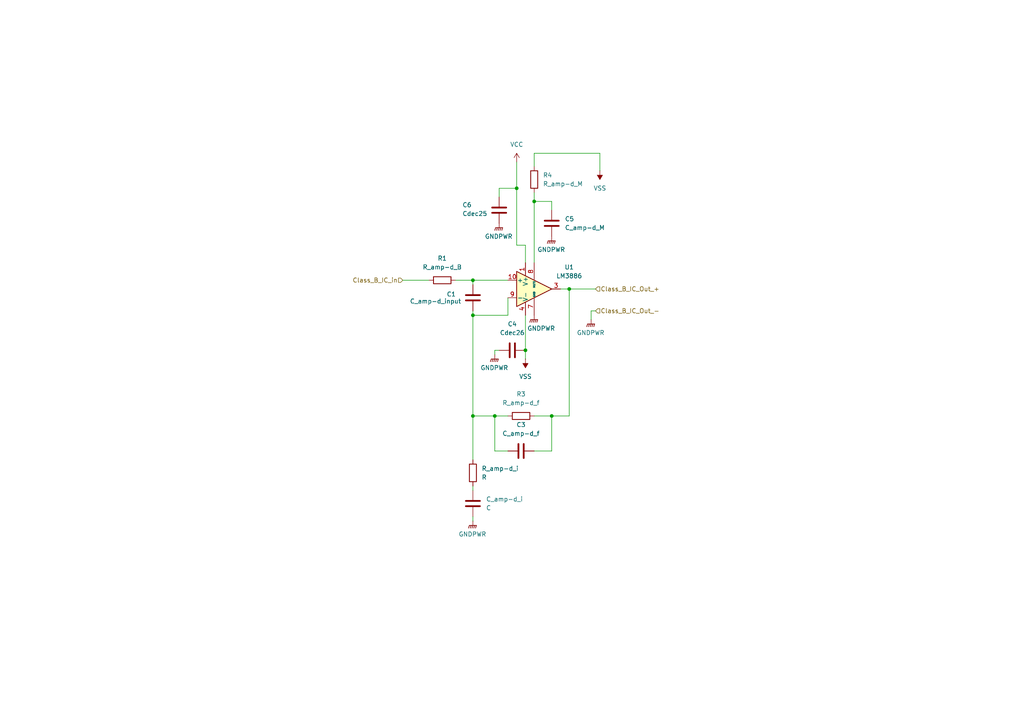
<source format=kicad_sch>
(kicad_sch (version 20231120) (generator "eeschema") (generator_version "8.0")
  (paper "A4")
  (lib_symbols
    (symbol "Amplifier_Audio:LM3886" (pin_names (offset 0.127))
      (property "Reference" "U" (at 5.08 6.35 0))
      (property "Value" "LM3886" (at 5.08 3.81 0))
      (symbol "LM3886_0_1"
        (polyline (pts (xy -5.08 5.08) (xy 5.08 0) (xy -5.08 -5.08) (xy -5.08 5.08)) (stroke (width 0.254)) (fill (type background)))
      )
      (symbol "LM3886_1_1"
        (pin power_in line (at -2.54 7.62 270) (length 3.81) (name "V+") (number "1"))
        (pin input line (at -7.62 2.54 0) (length 2.54) (name "+") (number "10"))
        (pin no_connect line (at -5.08 5.08 270) (length 2.54) hide (name "NC") (number "11"))
        (pin no_connect line (at -2.54 3.81 270) (length 2.54) hide (name "NC") (number "2"))
        (pin output line (at 7.62 0 180) (length 2.54) (name "~") (number "3"))
        (pin power_in line (at -2.54 -7.62 90) (length 3.81) (name "V-") (number "4"))
        (pin passive line (at -2.54 7.62 270) (length 3.81) hide (name "V+") (number "5"))
        (pin no_connect line (at -5.08 -5.08 90) (length 2.54) hide (name "NC") (number "6"))
        (pin power_in line (at 0 -7.62 90) (length 5.08) (name "GND") (number "7"))
        (pin input line (at 0 7.62 270) (length 5.08) (name "MUTE") (number "8"))
        (pin input line (at -7.62 -2.54 0) (length 2.54) (name "-") (number "9"))
      )
    )
    (symbol "Device:C" (pin_numbers hide) (pin_names (offset 0.254))
      (property "Reference" "C" (at 0.635 2.54 0))
      (property "Value" "C" (at 0.635 -2.54 0))
      (symbol "C_0_1"
        (polyline (pts (xy -2.032 -0.762) (xy 2.032 -0.762)) (stroke (width 0.508)))
        (polyline (pts (xy -2.032 0.762) (xy 2.032 0.762)) (stroke (width 0.508)))
      )
      (symbol "C_1_1"
        (pin passive line (at 0 3.81 270) (length 2.794) (name "~") (number "1"))
        (pin passive line (at 0 -3.81 90) (length 2.794) (name "~") (number "2"))
      )
    )
    (symbol "Device:R" (pin_numbers hide) (pin_names (offset 0))
      (property "Reference" "R" (at 2.032 0 90))
      (property "Value" "R" (at 0 0 90))
      (symbol "R_0_1"
        (rectangle (start -1.016 -2.54) (end 1.016 2.54) (stroke (width 0.254)))
      )
      (symbol "R_1_1"
        (pin passive line (at 0 3.81 270) (length 1.27) (name "~") (number "1"))
        (pin passive line (at 0 -3.81 90) (length 1.27) (name "~") (number "2"))
      )
    )
    (symbol "power:GNDPWR" (power) (pin_numbers hide) (pin_names (offset 0) hide)
      (property "Value" "GNDPWR" (at 0 -3.302 0))
      (symbol "GNDPWR_0_1"
        (polyline (pts (xy 0 -1.27) (xy 0 0)))
        (polyline (pts (xy -1.016 -1.27) (xy -1.27 -2.032) (xy -1.27 -2.032)) (stroke (width 0.2032)))
        (polyline (pts (xy -0.508 -1.27) (xy -0.762 -2.032) (xy -0.762 -2.032)) (stroke (width 0.2032)))
        (polyline (pts (xy 0 -1.27) (xy -0.254 -2.032) (xy -0.254 -2.032)) (stroke (width 0.2032)))
        (polyline (pts (xy 0.508 -1.27) (xy 0.254 -2.032) (xy 0.254 -2.032)) (stroke (width 0.2032)))
        (polyline (pts (xy 1.016 -1.27) (xy -1.016 -1.27) (xy -1.016 -1.27)) (stroke (width 0.2032)))
        (polyline (pts (xy 1.016 -1.27) (xy 0.762 -2.032) (xy 0.762 -2.032) (xy 0.762 -2.032)) (stroke (width 0.2032)))
      )
      (symbol "GNDPWR_1_1"
        (pin power_in line (at 0 0 270) (length 0) (name "~") (number "1"))
      )
    )
    (symbol "power:VCC" (power) (pin_numbers hide) (pin_names (offset 0) hide)
      (property "Value" "VCC" (at 0 3.556 0))
      (symbol "VCC_0_1"
        (polyline (pts (xy -0.762 1.27) (xy 0 2.54)))
        (polyline (pts (xy 0 0) (xy 0 2.54)))
        (polyline (pts (xy 0 2.54) (xy 0.762 1.27)))
      )
      (symbol "VCC_1_1"
        (pin power_in line (at 0 0 90) (length 0) (name "~") (number "1"))
      )
    )
    (symbol "power:VSS" (power) (pin_numbers hide) (pin_names (offset 0) hide)
      (property "Value" "VSS" (at 0 3.556 0))
      (symbol "VSS_0_1"
        (polyline (pts (xy 0 0) (xy 0 2.54)))
        (polyline (pts (xy 0.762 1.27) (xy -0.762 1.27) (xy 0 2.54) (xy 0.762 1.27)) (fill (type outline)))
      )
      (symbol "VSS_1_1"
        (pin power_in line (at 0 0 90) (length 0) (name "~") (number "1"))
      )
    )
  )
  (junction (at 137.16 91.44))
  (junction (at 149.86 54.61))
  (junction (at 154.94 58.42))
  (junction (at 137.16 81.28))
  (junction (at 152.4 101.6))
  (junction (at 165.1 83.82))
  (junction (at 143.51 120.65))
  (junction (at 160.02 120.65))
  (junction (at 137.16 120.65))
  (wire (pts (xy 162.56 83.82) (xy 165.1 83.82)))
  (wire (pts (xy 165.1 83.82) (xy 165.1 120.65)))
  (wire (pts (xy 137.16 133.35) (xy 137.16 120.65)))
  (wire (pts (xy 154.94 44.45) (xy 154.94 48.26)))
  (wire (pts (xy 143.51 120.65) (xy 137.16 120.65)))
  (wire (pts (xy 160.02 60.96) (xy 160.02 58.42)))
  (wire (pts (xy 160.02 58.42) (xy 154.94 58.42)))
  (wire (pts (xy 154.94 58.42) (xy 154.94 76.2)))
  (wire (pts (xy 165.1 83.82) (xy 172.72 83.82)))
  (wire (pts (xy 160.02 120.65) (xy 154.94 120.65)))
  (wire (pts (xy 165.1 120.65) (xy 160.02 120.65)))
  (wire (pts (xy 147.32 120.65) (xy 143.51 120.65)))
  (wire (pts (xy 171.45 92.71) (xy 171.45 90.17)))
  (wire (pts (xy 147.32 130.81) (xy 143.51 130.81)))
  (wire (pts (xy 144.78 57.15) (xy 144.78 54.61)))
  (wire (pts (xy 137.16 91.44) (xy 137.16 90.17)))
  (wire (pts (xy 137.16 151.13) (xy 137.16 149.86)))
  (wire (pts (xy 143.51 130.81) (xy 143.51 120.65)))
  (wire (pts (xy 149.86 54.61) (xy 149.86 71.12)))
  (wire (pts (xy 149.86 71.12) (xy 152.4 71.12)))
  (wire (pts (xy 137.16 91.44) (xy 137.16 120.65)))
  (wire (pts (xy 152.4 91.44) (xy 152.4 101.6)))
  (wire (pts (xy 152.4 71.12) (xy 152.4 76.2)))
  (wire (pts (xy 143.51 102.87) (xy 143.51 101.6)))
  (wire (pts (xy 116.84 81.28) (xy 124.46 81.28)))
  (wire (pts (xy 147.32 86.36) (xy 147.32 91.44)))
  (wire (pts (xy 143.51 101.6) (xy 144.78 101.6)))
  (wire (pts (xy 147.32 91.44) (xy 137.16 91.44)))
  (wire (pts (xy 173.99 44.45) (xy 154.94 44.45)))
  (wire (pts (xy 132.08 81.28) (xy 137.16 81.28)))
  (wire (pts (xy 154.94 55.88) (xy 154.94 58.42)))
  (wire (pts (xy 171.45 90.17) (xy 172.72 90.17)))
  (wire (pts (xy 154.94 130.81) (xy 160.02 130.81)))
  (wire (pts (xy 144.78 54.61) (xy 149.86 54.61)))
  (wire (pts (xy 160.02 130.81) (xy 160.02 120.65)))
  (wire (pts (xy 137.16 81.28) (xy 147.32 81.28)))
  (wire (pts (xy 149.86 46.99) (xy 149.86 54.61)))
  (wire (pts (xy 137.16 81.28) (xy 137.16 82.55)))
  (wire (pts (xy 152.4 104.14) (xy 152.4 101.6)))
  (wire (pts (xy 137.16 142.24) (xy 137.16 140.97)))
  (wire (pts (xy 173.99 49.53) (xy 173.99 44.45)))
  (hierarchical_label "Class_B_IC_Out_-" (shape input) (at 172.72 90.17 0))
  (hierarchical_label "Class_B_IC_Out_+" (shape input) (at 172.72 83.82 0))
  (hierarchical_label "Class_B_IC_in" (shape input) (at 116.84 81.28 180))
  (symbol (lib_id "Device:R") (at 128.27 81.28 90) (unit 1)
    (property "Reference" "R1" (at 128.27 74.93 90))
    (property "Value" "R_amp-d_B" (at 128.27 77.47 90))
    (property "Description" "Resistor" (effects (hide yes)))
  )
  (symbol (lib_id "power:VCC") (at 149.86 46.99 0) (unit 1)
    (property "Reference" "#PWR06" (effects (hide yes)))
    (property "Value" "VCC" (at 149.86 41.91 0))
    (property "Description" "Power symbol creates a global label with name \"VCC\"" (effects (hide yes)))
  )
  (symbol (lib_id "Device:R") (at 137.16 137.16 0) (unit 1)
    (property "Reference" "R_amp-d_i" (at 139.7 135.8899 0) (effects (justify left)))
    (property "Value" "R" (at 139.7 138.4299 0) (effects (justify left)))
    (property "Description" "Resistor" (effects (hide yes)))
  )
  (symbol (lib_id "power:GNDPWR") (at 154.94 91.44 0) (unit 1)
    (property "Reference" "#PWR07" (effects (hide yes)))
    (property "Value" "GNDPWR" (at 156.972 95.25 0))
    (property "Description" "Power symbol creates a global label with name \"GNDPWR\" , global ground" (effects (hide yes)))
  )
  (symbol (lib_id "power:GNDPWR") (at 160.02 68.58 0) (unit 1)
    (property "Reference" "#PWR09" (effects (hide yes)))
    (property "Value" "GNDPWR" (at 159.893 72.39 0))
    (property "Description" "Power symbol creates a global label with name \"GNDPWR\" , global ground" (effects (hide yes)))
  )
  (symbol (lib_id "Device:C") (at 137.16 146.05 0) (unit 1)
    (property "Reference" "C_amp-d_i" (at 140.97 144.7799 0) (effects (justify left)))
    (property "Value" "C" (at 140.97 147.3199 0) (effects (justify left)))
    (property "Description" "Unpolarized capacitor" (effects (hide yes)))
  )
  (symbol (lib_id "power:GNDPWR") (at 137.16 151.13 0) (unit 1)
    (property "Reference" "#PWR03" (effects (hide yes)))
    (property "Value" "GNDPWR" (at 137.033 154.94 0))
    (property "Description" "Power symbol creates a global label with name \"GNDPWR\" , global ground" (effects (hide yes)))
  )
  (symbol (lib_id "power:GNDPWR") (at 143.51 102.87 0) (unit 1)
    (property "Reference" "#PWR05" (effects (hide yes)))
    (property "Value" "GNDPWR" (at 143.383 106.68 0))
    (property "Description" "Power symbol creates a global label with name \"GNDPWR\" , global ground" (effects (hide yes)))
  )
  (symbol (lib_id "power:VSS") (at 173.99 49.53 180) (unit 1)
    (property "Reference" "#PWR04" (effects (hide yes)))
    (property "Value" "VSS" (at 173.99 54.61 0))
    (property "Description" "Power symbol creates a global label with name \"VSS\"" (effects (hide yes)))
  )
  (symbol (lib_id "Device:C") (at 160.02 64.77 180) (unit 1)
    (property "Reference" "C5" (at 163.83 63.4999 0) (effects (justify right)))
    (property "Value" "C_amp-d_M" (at 163.83 66.0399 0) (effects (justify right)))
    (property "Description" "Unpolarized capacitor" (effects (hide yes)))
  )
  (symbol (lib_id "Device:C") (at 148.59 101.6 90) (unit 1)
    (property "Reference" "C4" (at 148.59 93.98 90))
    (property "Value" "Cdec26" (at 148.59 96.52 90))
    (property "Description" "Unpolarized capacitor" (effects (hide yes)))
  )
  (symbol (lib_id "power:GNDPWR") (at 144.78 64.77 0) (unit 1)
    (property "Reference" "#PWR01" (effects (hide yes)))
    (property "Value" "GNDPWR" (at 144.653 68.58 0))
    (property "Description" "Power symbol creates a global label with name \"GNDPWR\" , global ground" (effects (hide yes)))
  )
  (symbol (lib_id "Device:C") (at 144.78 60.96 0) (unit 1)
    (property "Reference" "C6" (at 134.112 59.436 0) (effects (justify left)))
    (property "Value" "Cdec25" (at 134.112 61.976 0) (effects (justify left)))
    (property "Description" "Unpolarized capacitor" (effects (hide yes)))
  )
  (symbol (lib_id "Device:C") (at 137.16 86.36 0) (unit 1)
    (property "Reference" "C1" (at 129.54 85.344 0) (effects (justify left)))
    (property "Value" "C_amp-d_input" (at 118.872 87.376 0) (effects (justify left)))
    (property "Description" "Unpolarized capacitor" (effects (hide yes)))
  )
  (symbol (lib_id "Device:R") (at 151.13 120.65 90) (unit 1)
    (property "Reference" "R3" (at 151.13 114.3 90))
    (property "Value" "R_amp-d_f" (at 151.13 116.84 90))
    (property "Description" "Resistor" (effects (hide yes)))
  )
  (symbol (lib_id "Device:R") (at 154.94 52.07 0) (unit 1)
    (property "Reference" "R4" (at 157.48 50.7999 0) (effects (justify left)))
    (property "Value" "R_amp-d_M" (at 157.48 53.3399 0) (effects (justify left)))
    (property "Description" "Resistor" (effects (hide yes)))
  )
  (symbol (lib_id "power:VSS") (at 152.4 104.14 180) (unit 1)
    (property "Reference" "#PWR02" (effects (hide yes)))
    (property "Value" "VSS" (at 152.4 109.22 0))
    (property "Description" "Power symbol creates a global label with name \"VSS\"" (effects (hide yes)))
  )
  (symbol (lib_id "power:GNDPWR") (at 171.45 92.71 0) (unit 1)
    (property "Reference" "#PWR08" (effects (hide yes)))
    (property "Value" "GNDPWR" (at 171.323 96.52 0))
    (property "Description" "Power symbol creates a global label with name \"GNDPWR\" , global ground" (effects (hide yes)))
  )
  (symbol (lib_id "Amplifier_Audio:LM3886") (at 154.94 83.82 0) (unit 1)
    (property "Reference" "U1" (at 165.1 77.5014 0))
    (property "Value" "LM3886" (at 165.1 80.0414 0))
    (property "Footprint" "Package_TO_SOT_THT:TO-220-11_P3.4x5.08mm_StaggerOdd_Lead4.85mm_Vertical" (effects (hide yes)))
    (property "Datasheet" "http://www.ti.com/lit/ds/symlink/lm3886.pdf" (effects (hide yes)))
    (property "Description" "Overture Audio Power Amplifier Series High-Performance 68W Audio Power Amplifier w/Mute, TO-220-11" (effects (hide yes)))
  )
  (symbol (lib_id "Device:C") (at 151.13 130.81 90) (unit 1)
    (property "Reference" "C3" (at 151.13 123.19 90))
    (property "Value" "C_amp-d_f" (at 151.13 125.73 90))
    (property "Description" "Unpolarized capacitor" (effects (hide yes)))
  )
)
</source>
